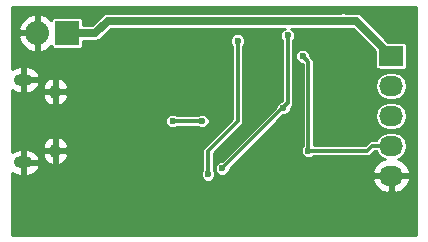
<source format=gbl>
G04 #@! TF.FileFunction,Copper,L2,Bot,Signal*
%FSLAX46Y46*%
G04 Gerber Fmt 4.6, Leading zero omitted, Abs format (unit mm)*
G04 Created by KiCad (PCBNEW 4.0.2+dfsg1-stable) date Thu 01 Sep 2016 11:14:53 PM EEST*
%MOMM*%
G01*
G04 APERTURE LIST*
%ADD10C,0.100000*%
%ADD11C,0.800000*%
%ADD12O,0.950000X1.250000*%
%ADD13O,1.550000X1.000000*%
%ADD14R,2.032000X2.032000*%
%ADD15O,2.032000X2.032000*%
%ADD16R,2.032000X1.727200*%
%ADD17O,2.032000X1.727200*%
%ADD18C,0.600000*%
%ADD19C,0.300000*%
%ADD20C,0.700000*%
%ADD21C,0.500000*%
%ADD22C,0.254000*%
G04 APERTURE END LIST*
D10*
D11*
X129140000Y-73455000D03*
X130240000Y-85240000D03*
X146242000Y-80795000D03*
X142305000Y-75080000D03*
X137225000Y-75080000D03*
X139638000Y-78001000D03*
X138495000Y-82065000D03*
D12*
X119062540Y-77499100D03*
X119062540Y-82499100D03*
D13*
X116362540Y-76499100D03*
X116362540Y-83499100D03*
D14*
X120080000Y-72540000D03*
D15*
X117540000Y-72540000D03*
D16*
X147500000Y-74460000D03*
D17*
X147500000Y-77000000D03*
X147500000Y-79540000D03*
X147500000Y-82080000D03*
X147500000Y-84620000D03*
D11*
X130750000Y-76750000D03*
D18*
X134500000Y-73200000D03*
X132000000Y-84500000D03*
X143400000Y-71400000D03*
X126800000Y-71600000D03*
X131500000Y-80000000D03*
X129000000Y-80000000D03*
X138368000Y-78890000D03*
X138750000Y-72750000D03*
X133200000Y-84000000D03*
X140000000Y-74500000D03*
X140500000Y-82500000D03*
D19*
X134500000Y-80000000D02*
X134500000Y-73200000D01*
X132000000Y-82500000D02*
X134500000Y-80000000D01*
X132000000Y-84500000D02*
X132000000Y-82500000D01*
D20*
X120080000Y-72540000D02*
X122460000Y-72540000D01*
X123500000Y-71500000D02*
X124900000Y-71500000D01*
X122460000Y-72540000D02*
X123500000Y-71500000D01*
X124900000Y-71500000D02*
X144540000Y-71500000D01*
D19*
X142600000Y-71500000D02*
X143300000Y-71500000D01*
X143300000Y-71500000D02*
X143400000Y-71400000D01*
D21*
X126800000Y-71600000D02*
X126800000Y-71500000D01*
X126800000Y-71500000D02*
X126800000Y-71600000D01*
X126800000Y-71600000D02*
X126800000Y-71500000D01*
D20*
X144540000Y-71500000D02*
X147500000Y-74460000D01*
X126800000Y-71500000D02*
X142600000Y-71500000D01*
X142600000Y-71500000D02*
X144540000Y-71500000D01*
D19*
X129000000Y-80000000D02*
X131500000Y-80000000D01*
X138368000Y-78890000D02*
X138339000Y-78861000D01*
X138339000Y-78861000D02*
X138368000Y-78890000D01*
X138368000Y-78890000D02*
X138368000Y-78832000D01*
X138750000Y-72750000D02*
X138750000Y-78450000D01*
X138750000Y-78450000D02*
X138368000Y-78832000D01*
X138368000Y-78832000D02*
X133200000Y-84000000D01*
X140500000Y-82500000D02*
X140500000Y-75000000D01*
X140500000Y-75000000D02*
X140000000Y-74500000D01*
X147500000Y-82080000D02*
X145920000Y-82080000D01*
X145500000Y-82500000D02*
X140500000Y-82500000D01*
X145920000Y-82080000D02*
X145500000Y-82500000D01*
D22*
G36*
X149623000Y-89623000D02*
X115377000Y-89623000D01*
X115377000Y-84365164D01*
X115535862Y-84499102D01*
X115960540Y-84634100D01*
X116235540Y-84634100D01*
X116235540Y-83626100D01*
X116489540Y-83626100D01*
X116489540Y-84634100D01*
X116764540Y-84634100D01*
X116795774Y-84624171D01*
X131372891Y-84624171D01*
X131468145Y-84854703D01*
X131644369Y-85031235D01*
X131874735Y-85126891D01*
X132124171Y-85127109D01*
X132354703Y-85031855D01*
X132407624Y-84979026D01*
X145892642Y-84979026D01*
X145895291Y-84994791D01*
X146149268Y-85522036D01*
X146585680Y-85911954D01*
X147138087Y-86105184D01*
X147373000Y-85960924D01*
X147373000Y-84747000D01*
X147627000Y-84747000D01*
X147627000Y-85960924D01*
X147861913Y-86105184D01*
X148414320Y-85911954D01*
X148850732Y-85522036D01*
X149104709Y-84994791D01*
X149107358Y-84979026D01*
X148986217Y-84747000D01*
X147627000Y-84747000D01*
X147373000Y-84747000D01*
X146013783Y-84747000D01*
X145892642Y-84979026D01*
X132407624Y-84979026D01*
X132531235Y-84855631D01*
X132626891Y-84625265D01*
X132627109Y-84375829D01*
X132531855Y-84145297D01*
X132477000Y-84090346D01*
X132477000Y-82697580D01*
X134837290Y-80337290D01*
X134940691Y-80182540D01*
X134977000Y-80000000D01*
X134977000Y-73609771D01*
X135031235Y-73555631D01*
X135126891Y-73325265D01*
X135127109Y-73075829D01*
X135031855Y-72845297D01*
X134855631Y-72668765D01*
X134625265Y-72573109D01*
X134375829Y-72572891D01*
X134145297Y-72668145D01*
X133968765Y-72844369D01*
X133873109Y-73074735D01*
X133872891Y-73324171D01*
X133968145Y-73554703D01*
X134023000Y-73609654D01*
X134023000Y-79802420D01*
X131662710Y-82162710D01*
X131559309Y-82317460D01*
X131523000Y-82500000D01*
X131523000Y-84090229D01*
X131468765Y-84144369D01*
X131373109Y-84374735D01*
X131372891Y-84624171D01*
X116795774Y-84624171D01*
X117189218Y-84499102D01*
X117529908Y-84211863D01*
X117731659Y-83800974D01*
X117605494Y-83626100D01*
X116489540Y-83626100D01*
X116235540Y-83626100D01*
X116215540Y-83626100D01*
X116215540Y-83372100D01*
X116235540Y-83372100D01*
X116235540Y-82364100D01*
X116489540Y-82364100D01*
X116489540Y-83372100D01*
X117605494Y-83372100D01*
X117731659Y-83197226D01*
X117536731Y-82800231D01*
X117961311Y-82800231D01*
X118102972Y-83210149D01*
X118390719Y-83534652D01*
X118764602Y-83718368D01*
X118935540Y-83591834D01*
X118935540Y-82626100D01*
X119189540Y-82626100D01*
X119189540Y-83591834D01*
X119360478Y-83718368D01*
X119734361Y-83534652D01*
X120022108Y-83210149D01*
X120163769Y-82800231D01*
X120015103Y-82626100D01*
X119189540Y-82626100D01*
X118935540Y-82626100D01*
X118109977Y-82626100D01*
X117961311Y-82800231D01*
X117536731Y-82800231D01*
X117529908Y-82786337D01*
X117189218Y-82499098D01*
X116764540Y-82364100D01*
X116489540Y-82364100D01*
X116235540Y-82364100D01*
X115960540Y-82364100D01*
X115535862Y-82499098D01*
X115377000Y-82633036D01*
X115377000Y-82197969D01*
X117961311Y-82197969D01*
X118109977Y-82372100D01*
X118935540Y-82372100D01*
X118935540Y-81406366D01*
X119189540Y-81406366D01*
X119189540Y-82372100D01*
X120015103Y-82372100D01*
X120163769Y-82197969D01*
X120022108Y-81788051D01*
X119734361Y-81463548D01*
X119360478Y-81279832D01*
X119189540Y-81406366D01*
X118935540Y-81406366D01*
X118764602Y-81279832D01*
X118390719Y-81463548D01*
X118102972Y-81788051D01*
X117961311Y-82197969D01*
X115377000Y-82197969D01*
X115377000Y-80124171D01*
X128372891Y-80124171D01*
X128468145Y-80354703D01*
X128644369Y-80531235D01*
X128874735Y-80626891D01*
X129124171Y-80627109D01*
X129354703Y-80531855D01*
X129409654Y-80477000D01*
X131090229Y-80477000D01*
X131144369Y-80531235D01*
X131374735Y-80626891D01*
X131624171Y-80627109D01*
X131854703Y-80531855D01*
X132031235Y-80355631D01*
X132126891Y-80125265D01*
X132127109Y-79875829D01*
X132031855Y-79645297D01*
X131855631Y-79468765D01*
X131625265Y-79373109D01*
X131375829Y-79372891D01*
X131145297Y-79468145D01*
X131090346Y-79523000D01*
X129409771Y-79523000D01*
X129355631Y-79468765D01*
X129125265Y-79373109D01*
X128875829Y-79372891D01*
X128645297Y-79468145D01*
X128468765Y-79644369D01*
X128373109Y-79874735D01*
X128372891Y-80124171D01*
X115377000Y-80124171D01*
X115377000Y-77800231D01*
X117961311Y-77800231D01*
X118102972Y-78210149D01*
X118390719Y-78534652D01*
X118764602Y-78718368D01*
X118935540Y-78591834D01*
X118935540Y-77626100D01*
X119189540Y-77626100D01*
X119189540Y-78591834D01*
X119360478Y-78718368D01*
X119734361Y-78534652D01*
X120022108Y-78210149D01*
X120163769Y-77800231D01*
X120015103Y-77626100D01*
X119189540Y-77626100D01*
X118935540Y-77626100D01*
X118109977Y-77626100D01*
X117961311Y-77800231D01*
X115377000Y-77800231D01*
X115377000Y-77365164D01*
X115535862Y-77499102D01*
X115960540Y-77634100D01*
X116235540Y-77634100D01*
X116235540Y-76626100D01*
X116489540Y-76626100D01*
X116489540Y-77634100D01*
X116764540Y-77634100D01*
X117189218Y-77499102D01*
X117529908Y-77211863D01*
X117536730Y-77197969D01*
X117961311Y-77197969D01*
X118109977Y-77372100D01*
X118935540Y-77372100D01*
X118935540Y-76406366D01*
X119189540Y-76406366D01*
X119189540Y-77372100D01*
X120015103Y-77372100D01*
X120163769Y-77197969D01*
X120022108Y-76788051D01*
X119734361Y-76463548D01*
X119360478Y-76279832D01*
X119189540Y-76406366D01*
X118935540Y-76406366D01*
X118764602Y-76279832D01*
X118390719Y-76463548D01*
X118102972Y-76788051D01*
X117961311Y-77197969D01*
X117536730Y-77197969D01*
X117731659Y-76800974D01*
X117605494Y-76626100D01*
X116489540Y-76626100D01*
X116235540Y-76626100D01*
X116215540Y-76626100D01*
X116215540Y-76372100D01*
X116235540Y-76372100D01*
X116235540Y-75364100D01*
X116489540Y-75364100D01*
X116489540Y-76372100D01*
X117605494Y-76372100D01*
X117731659Y-76197226D01*
X117529908Y-75786337D01*
X117189218Y-75499098D01*
X116764540Y-75364100D01*
X116489540Y-75364100D01*
X116235540Y-75364100D01*
X115960540Y-75364100D01*
X115535862Y-75499098D01*
X115377000Y-75633036D01*
X115377000Y-72922946D01*
X115934017Y-72922946D01*
X116202812Y-73508379D01*
X116675182Y-73946385D01*
X117157056Y-74145975D01*
X117413000Y-74026836D01*
X117413000Y-72667000D01*
X116052633Y-72667000D01*
X115934017Y-72922946D01*
X115377000Y-72922946D01*
X115377000Y-72157054D01*
X115934017Y-72157054D01*
X116052633Y-72413000D01*
X117413000Y-72413000D01*
X117413000Y-71053164D01*
X117667000Y-71053164D01*
X117667000Y-72413000D01*
X117687000Y-72413000D01*
X117687000Y-72667000D01*
X117667000Y-72667000D01*
X117667000Y-74026836D01*
X117922944Y-74145975D01*
X118404818Y-73946385D01*
X118744742Y-73631190D01*
X118753395Y-73677179D01*
X118825012Y-73788474D01*
X118934286Y-73863138D01*
X119064000Y-73889406D01*
X121096000Y-73889406D01*
X121217179Y-73866605D01*
X121328474Y-73794988D01*
X121403138Y-73685714D01*
X121429406Y-73556000D01*
X121429406Y-73217000D01*
X122460000Y-73217000D01*
X122719077Y-73165466D01*
X122938711Y-73018711D01*
X123780422Y-72177000D01*
X126554584Y-72177000D01*
X126674735Y-72226891D01*
X126924171Y-72227109D01*
X127045444Y-72177000D01*
X138494875Y-72177000D01*
X138395297Y-72218145D01*
X138218765Y-72394369D01*
X138123109Y-72624735D01*
X138122891Y-72874171D01*
X138218145Y-73104703D01*
X138273000Y-73159654D01*
X138273000Y-78252420D01*
X138262513Y-78262907D01*
X138243829Y-78262891D01*
X138013297Y-78358145D01*
X137836765Y-78534369D01*
X137741109Y-78764735D01*
X137741092Y-78784328D01*
X133152462Y-83372958D01*
X133075829Y-83372891D01*
X132845297Y-83468145D01*
X132668765Y-83644369D01*
X132573109Y-83874735D01*
X132572891Y-84124171D01*
X132668145Y-84354703D01*
X132844369Y-84531235D01*
X133074735Y-84626891D01*
X133324171Y-84627109D01*
X133554703Y-84531855D01*
X133731235Y-84355631D01*
X133826891Y-84125265D01*
X133826959Y-84047621D01*
X138357589Y-79516991D01*
X138492171Y-79517109D01*
X138722703Y-79421855D01*
X138899235Y-79245631D01*
X138994891Y-79015265D01*
X138995010Y-78879570D01*
X139087290Y-78787290D01*
X139190691Y-78632540D01*
X139227000Y-78450000D01*
X139227000Y-74624171D01*
X139372891Y-74624171D01*
X139468145Y-74854703D01*
X139644369Y-75031235D01*
X139874735Y-75126891D01*
X139952379Y-75126959D01*
X140023000Y-75197580D01*
X140023000Y-82090229D01*
X139968765Y-82144369D01*
X139873109Y-82374735D01*
X139872891Y-82624171D01*
X139968145Y-82854703D01*
X140144369Y-83031235D01*
X140374735Y-83126891D01*
X140624171Y-83127109D01*
X140854703Y-83031855D01*
X140909654Y-82977000D01*
X145500000Y-82977000D01*
X145682540Y-82940691D01*
X145837290Y-82837290D01*
X146117580Y-82557000D01*
X146235602Y-82557000D01*
X146479408Y-82921881D01*
X146865666Y-83179971D01*
X146957039Y-83198146D01*
X146585680Y-83328046D01*
X146149268Y-83717964D01*
X145895291Y-84245209D01*
X145892642Y-84260974D01*
X146013783Y-84493000D01*
X147373000Y-84493000D01*
X147373000Y-84473000D01*
X147627000Y-84473000D01*
X147627000Y-84493000D01*
X148986217Y-84493000D01*
X149107358Y-84260974D01*
X149104709Y-84245209D01*
X148850732Y-83717964D01*
X148414320Y-83328046D01*
X148042961Y-83198146D01*
X148134334Y-83179971D01*
X148520592Y-82921881D01*
X148778682Y-82535623D01*
X148869311Y-82080000D01*
X148778682Y-81624377D01*
X148520592Y-81238119D01*
X148134334Y-80980029D01*
X147678711Y-80889400D01*
X147321289Y-80889400D01*
X146865666Y-80980029D01*
X146479408Y-81238119D01*
X146235602Y-81603000D01*
X145920000Y-81603000D01*
X145737460Y-81639309D01*
X145582710Y-81742710D01*
X145302420Y-82023000D01*
X140977000Y-82023000D01*
X140977000Y-79540000D01*
X146130689Y-79540000D01*
X146221318Y-79995623D01*
X146479408Y-80381881D01*
X146865666Y-80639971D01*
X147321289Y-80730600D01*
X147678711Y-80730600D01*
X148134334Y-80639971D01*
X148520592Y-80381881D01*
X148778682Y-79995623D01*
X148869311Y-79540000D01*
X148778682Y-79084377D01*
X148520592Y-78698119D01*
X148134334Y-78440029D01*
X147678711Y-78349400D01*
X147321289Y-78349400D01*
X146865666Y-78440029D01*
X146479408Y-78698119D01*
X146221318Y-79084377D01*
X146130689Y-79540000D01*
X140977000Y-79540000D01*
X140977000Y-77000000D01*
X146130689Y-77000000D01*
X146221318Y-77455623D01*
X146479408Y-77841881D01*
X146865666Y-78099971D01*
X147321289Y-78190600D01*
X147678711Y-78190600D01*
X148134334Y-78099971D01*
X148520592Y-77841881D01*
X148778682Y-77455623D01*
X148869311Y-77000000D01*
X148778682Y-76544377D01*
X148520592Y-76158119D01*
X148134334Y-75900029D01*
X147678711Y-75809400D01*
X147321289Y-75809400D01*
X146865666Y-75900029D01*
X146479408Y-76158119D01*
X146221318Y-76544377D01*
X146130689Y-77000000D01*
X140977000Y-77000000D01*
X140977000Y-75000000D01*
X140940691Y-74817460D01*
X140837290Y-74662710D01*
X140627042Y-74452462D01*
X140627109Y-74375829D01*
X140531855Y-74145297D01*
X140355631Y-73968765D01*
X140125265Y-73873109D01*
X139875829Y-73872891D01*
X139645297Y-73968145D01*
X139468765Y-74144369D01*
X139373109Y-74374735D01*
X139372891Y-74624171D01*
X139227000Y-74624171D01*
X139227000Y-73159771D01*
X139281235Y-73105631D01*
X139376891Y-72875265D01*
X139377109Y-72625829D01*
X139281855Y-72395297D01*
X139105631Y-72218765D01*
X139005049Y-72177000D01*
X144259578Y-72177000D01*
X146150594Y-74068016D01*
X146150594Y-75323600D01*
X146173395Y-75444779D01*
X146245012Y-75556074D01*
X146354286Y-75630738D01*
X146484000Y-75657006D01*
X148516000Y-75657006D01*
X148637179Y-75634205D01*
X148748474Y-75562588D01*
X148823138Y-75453314D01*
X148849406Y-75323600D01*
X148849406Y-73596400D01*
X148826605Y-73475221D01*
X148754988Y-73363926D01*
X148645714Y-73289262D01*
X148516000Y-73262994D01*
X147260416Y-73262994D01*
X145018711Y-71021289D01*
X144799077Y-70874534D01*
X144540000Y-70823000D01*
X143645416Y-70823000D01*
X143525265Y-70773109D01*
X143275829Y-70772891D01*
X143154556Y-70823000D01*
X123500000Y-70823000D01*
X123240923Y-70874534D01*
X123021289Y-71021289D01*
X122179578Y-71863000D01*
X121429406Y-71863000D01*
X121429406Y-71524000D01*
X121406605Y-71402821D01*
X121334988Y-71291526D01*
X121225714Y-71216862D01*
X121096000Y-71190594D01*
X119064000Y-71190594D01*
X118942821Y-71213395D01*
X118831526Y-71285012D01*
X118756862Y-71394286D01*
X118745650Y-71449652D01*
X118404818Y-71133615D01*
X117922944Y-70934025D01*
X117667000Y-71053164D01*
X117413000Y-71053164D01*
X117157056Y-70934025D01*
X116675182Y-71133615D01*
X116202812Y-71571621D01*
X115934017Y-72157054D01*
X115377000Y-72157054D01*
X115377000Y-70377000D01*
X149623000Y-70377000D01*
X149623000Y-89623000D01*
X149623000Y-89623000D01*
G37*
X149623000Y-89623000D02*
X115377000Y-89623000D01*
X115377000Y-84365164D01*
X115535862Y-84499102D01*
X115960540Y-84634100D01*
X116235540Y-84634100D01*
X116235540Y-83626100D01*
X116489540Y-83626100D01*
X116489540Y-84634100D01*
X116764540Y-84634100D01*
X116795774Y-84624171D01*
X131372891Y-84624171D01*
X131468145Y-84854703D01*
X131644369Y-85031235D01*
X131874735Y-85126891D01*
X132124171Y-85127109D01*
X132354703Y-85031855D01*
X132407624Y-84979026D01*
X145892642Y-84979026D01*
X145895291Y-84994791D01*
X146149268Y-85522036D01*
X146585680Y-85911954D01*
X147138087Y-86105184D01*
X147373000Y-85960924D01*
X147373000Y-84747000D01*
X147627000Y-84747000D01*
X147627000Y-85960924D01*
X147861913Y-86105184D01*
X148414320Y-85911954D01*
X148850732Y-85522036D01*
X149104709Y-84994791D01*
X149107358Y-84979026D01*
X148986217Y-84747000D01*
X147627000Y-84747000D01*
X147373000Y-84747000D01*
X146013783Y-84747000D01*
X145892642Y-84979026D01*
X132407624Y-84979026D01*
X132531235Y-84855631D01*
X132626891Y-84625265D01*
X132627109Y-84375829D01*
X132531855Y-84145297D01*
X132477000Y-84090346D01*
X132477000Y-82697580D01*
X134837290Y-80337290D01*
X134940691Y-80182540D01*
X134977000Y-80000000D01*
X134977000Y-73609771D01*
X135031235Y-73555631D01*
X135126891Y-73325265D01*
X135127109Y-73075829D01*
X135031855Y-72845297D01*
X134855631Y-72668765D01*
X134625265Y-72573109D01*
X134375829Y-72572891D01*
X134145297Y-72668145D01*
X133968765Y-72844369D01*
X133873109Y-73074735D01*
X133872891Y-73324171D01*
X133968145Y-73554703D01*
X134023000Y-73609654D01*
X134023000Y-79802420D01*
X131662710Y-82162710D01*
X131559309Y-82317460D01*
X131523000Y-82500000D01*
X131523000Y-84090229D01*
X131468765Y-84144369D01*
X131373109Y-84374735D01*
X131372891Y-84624171D01*
X116795774Y-84624171D01*
X117189218Y-84499102D01*
X117529908Y-84211863D01*
X117731659Y-83800974D01*
X117605494Y-83626100D01*
X116489540Y-83626100D01*
X116235540Y-83626100D01*
X116215540Y-83626100D01*
X116215540Y-83372100D01*
X116235540Y-83372100D01*
X116235540Y-82364100D01*
X116489540Y-82364100D01*
X116489540Y-83372100D01*
X117605494Y-83372100D01*
X117731659Y-83197226D01*
X117536731Y-82800231D01*
X117961311Y-82800231D01*
X118102972Y-83210149D01*
X118390719Y-83534652D01*
X118764602Y-83718368D01*
X118935540Y-83591834D01*
X118935540Y-82626100D01*
X119189540Y-82626100D01*
X119189540Y-83591834D01*
X119360478Y-83718368D01*
X119734361Y-83534652D01*
X120022108Y-83210149D01*
X120163769Y-82800231D01*
X120015103Y-82626100D01*
X119189540Y-82626100D01*
X118935540Y-82626100D01*
X118109977Y-82626100D01*
X117961311Y-82800231D01*
X117536731Y-82800231D01*
X117529908Y-82786337D01*
X117189218Y-82499098D01*
X116764540Y-82364100D01*
X116489540Y-82364100D01*
X116235540Y-82364100D01*
X115960540Y-82364100D01*
X115535862Y-82499098D01*
X115377000Y-82633036D01*
X115377000Y-82197969D01*
X117961311Y-82197969D01*
X118109977Y-82372100D01*
X118935540Y-82372100D01*
X118935540Y-81406366D01*
X119189540Y-81406366D01*
X119189540Y-82372100D01*
X120015103Y-82372100D01*
X120163769Y-82197969D01*
X120022108Y-81788051D01*
X119734361Y-81463548D01*
X119360478Y-81279832D01*
X119189540Y-81406366D01*
X118935540Y-81406366D01*
X118764602Y-81279832D01*
X118390719Y-81463548D01*
X118102972Y-81788051D01*
X117961311Y-82197969D01*
X115377000Y-82197969D01*
X115377000Y-80124171D01*
X128372891Y-80124171D01*
X128468145Y-80354703D01*
X128644369Y-80531235D01*
X128874735Y-80626891D01*
X129124171Y-80627109D01*
X129354703Y-80531855D01*
X129409654Y-80477000D01*
X131090229Y-80477000D01*
X131144369Y-80531235D01*
X131374735Y-80626891D01*
X131624171Y-80627109D01*
X131854703Y-80531855D01*
X132031235Y-80355631D01*
X132126891Y-80125265D01*
X132127109Y-79875829D01*
X132031855Y-79645297D01*
X131855631Y-79468765D01*
X131625265Y-79373109D01*
X131375829Y-79372891D01*
X131145297Y-79468145D01*
X131090346Y-79523000D01*
X129409771Y-79523000D01*
X129355631Y-79468765D01*
X129125265Y-79373109D01*
X128875829Y-79372891D01*
X128645297Y-79468145D01*
X128468765Y-79644369D01*
X128373109Y-79874735D01*
X128372891Y-80124171D01*
X115377000Y-80124171D01*
X115377000Y-77800231D01*
X117961311Y-77800231D01*
X118102972Y-78210149D01*
X118390719Y-78534652D01*
X118764602Y-78718368D01*
X118935540Y-78591834D01*
X118935540Y-77626100D01*
X119189540Y-77626100D01*
X119189540Y-78591834D01*
X119360478Y-78718368D01*
X119734361Y-78534652D01*
X120022108Y-78210149D01*
X120163769Y-77800231D01*
X120015103Y-77626100D01*
X119189540Y-77626100D01*
X118935540Y-77626100D01*
X118109977Y-77626100D01*
X117961311Y-77800231D01*
X115377000Y-77800231D01*
X115377000Y-77365164D01*
X115535862Y-77499102D01*
X115960540Y-77634100D01*
X116235540Y-77634100D01*
X116235540Y-76626100D01*
X116489540Y-76626100D01*
X116489540Y-77634100D01*
X116764540Y-77634100D01*
X117189218Y-77499102D01*
X117529908Y-77211863D01*
X117536730Y-77197969D01*
X117961311Y-77197969D01*
X118109977Y-77372100D01*
X118935540Y-77372100D01*
X118935540Y-76406366D01*
X119189540Y-76406366D01*
X119189540Y-77372100D01*
X120015103Y-77372100D01*
X120163769Y-77197969D01*
X120022108Y-76788051D01*
X119734361Y-76463548D01*
X119360478Y-76279832D01*
X119189540Y-76406366D01*
X118935540Y-76406366D01*
X118764602Y-76279832D01*
X118390719Y-76463548D01*
X118102972Y-76788051D01*
X117961311Y-77197969D01*
X117536730Y-77197969D01*
X117731659Y-76800974D01*
X117605494Y-76626100D01*
X116489540Y-76626100D01*
X116235540Y-76626100D01*
X116215540Y-76626100D01*
X116215540Y-76372100D01*
X116235540Y-76372100D01*
X116235540Y-75364100D01*
X116489540Y-75364100D01*
X116489540Y-76372100D01*
X117605494Y-76372100D01*
X117731659Y-76197226D01*
X117529908Y-75786337D01*
X117189218Y-75499098D01*
X116764540Y-75364100D01*
X116489540Y-75364100D01*
X116235540Y-75364100D01*
X115960540Y-75364100D01*
X115535862Y-75499098D01*
X115377000Y-75633036D01*
X115377000Y-72922946D01*
X115934017Y-72922946D01*
X116202812Y-73508379D01*
X116675182Y-73946385D01*
X117157056Y-74145975D01*
X117413000Y-74026836D01*
X117413000Y-72667000D01*
X116052633Y-72667000D01*
X115934017Y-72922946D01*
X115377000Y-72922946D01*
X115377000Y-72157054D01*
X115934017Y-72157054D01*
X116052633Y-72413000D01*
X117413000Y-72413000D01*
X117413000Y-71053164D01*
X117667000Y-71053164D01*
X117667000Y-72413000D01*
X117687000Y-72413000D01*
X117687000Y-72667000D01*
X117667000Y-72667000D01*
X117667000Y-74026836D01*
X117922944Y-74145975D01*
X118404818Y-73946385D01*
X118744742Y-73631190D01*
X118753395Y-73677179D01*
X118825012Y-73788474D01*
X118934286Y-73863138D01*
X119064000Y-73889406D01*
X121096000Y-73889406D01*
X121217179Y-73866605D01*
X121328474Y-73794988D01*
X121403138Y-73685714D01*
X121429406Y-73556000D01*
X121429406Y-73217000D01*
X122460000Y-73217000D01*
X122719077Y-73165466D01*
X122938711Y-73018711D01*
X123780422Y-72177000D01*
X126554584Y-72177000D01*
X126674735Y-72226891D01*
X126924171Y-72227109D01*
X127045444Y-72177000D01*
X138494875Y-72177000D01*
X138395297Y-72218145D01*
X138218765Y-72394369D01*
X138123109Y-72624735D01*
X138122891Y-72874171D01*
X138218145Y-73104703D01*
X138273000Y-73159654D01*
X138273000Y-78252420D01*
X138262513Y-78262907D01*
X138243829Y-78262891D01*
X138013297Y-78358145D01*
X137836765Y-78534369D01*
X137741109Y-78764735D01*
X137741092Y-78784328D01*
X133152462Y-83372958D01*
X133075829Y-83372891D01*
X132845297Y-83468145D01*
X132668765Y-83644369D01*
X132573109Y-83874735D01*
X132572891Y-84124171D01*
X132668145Y-84354703D01*
X132844369Y-84531235D01*
X133074735Y-84626891D01*
X133324171Y-84627109D01*
X133554703Y-84531855D01*
X133731235Y-84355631D01*
X133826891Y-84125265D01*
X133826959Y-84047621D01*
X138357589Y-79516991D01*
X138492171Y-79517109D01*
X138722703Y-79421855D01*
X138899235Y-79245631D01*
X138994891Y-79015265D01*
X138995010Y-78879570D01*
X139087290Y-78787290D01*
X139190691Y-78632540D01*
X139227000Y-78450000D01*
X139227000Y-74624171D01*
X139372891Y-74624171D01*
X139468145Y-74854703D01*
X139644369Y-75031235D01*
X139874735Y-75126891D01*
X139952379Y-75126959D01*
X140023000Y-75197580D01*
X140023000Y-82090229D01*
X139968765Y-82144369D01*
X139873109Y-82374735D01*
X139872891Y-82624171D01*
X139968145Y-82854703D01*
X140144369Y-83031235D01*
X140374735Y-83126891D01*
X140624171Y-83127109D01*
X140854703Y-83031855D01*
X140909654Y-82977000D01*
X145500000Y-82977000D01*
X145682540Y-82940691D01*
X145837290Y-82837290D01*
X146117580Y-82557000D01*
X146235602Y-82557000D01*
X146479408Y-82921881D01*
X146865666Y-83179971D01*
X146957039Y-83198146D01*
X146585680Y-83328046D01*
X146149268Y-83717964D01*
X145895291Y-84245209D01*
X145892642Y-84260974D01*
X146013783Y-84493000D01*
X147373000Y-84493000D01*
X147373000Y-84473000D01*
X147627000Y-84473000D01*
X147627000Y-84493000D01*
X148986217Y-84493000D01*
X149107358Y-84260974D01*
X149104709Y-84245209D01*
X148850732Y-83717964D01*
X148414320Y-83328046D01*
X148042961Y-83198146D01*
X148134334Y-83179971D01*
X148520592Y-82921881D01*
X148778682Y-82535623D01*
X148869311Y-82080000D01*
X148778682Y-81624377D01*
X148520592Y-81238119D01*
X148134334Y-80980029D01*
X147678711Y-80889400D01*
X147321289Y-80889400D01*
X146865666Y-80980029D01*
X146479408Y-81238119D01*
X146235602Y-81603000D01*
X145920000Y-81603000D01*
X145737460Y-81639309D01*
X145582710Y-81742710D01*
X145302420Y-82023000D01*
X140977000Y-82023000D01*
X140977000Y-79540000D01*
X146130689Y-79540000D01*
X146221318Y-79995623D01*
X146479408Y-80381881D01*
X146865666Y-80639971D01*
X147321289Y-80730600D01*
X147678711Y-80730600D01*
X148134334Y-80639971D01*
X148520592Y-80381881D01*
X148778682Y-79995623D01*
X148869311Y-79540000D01*
X148778682Y-79084377D01*
X148520592Y-78698119D01*
X148134334Y-78440029D01*
X147678711Y-78349400D01*
X147321289Y-78349400D01*
X146865666Y-78440029D01*
X146479408Y-78698119D01*
X146221318Y-79084377D01*
X146130689Y-79540000D01*
X140977000Y-79540000D01*
X140977000Y-77000000D01*
X146130689Y-77000000D01*
X146221318Y-77455623D01*
X146479408Y-77841881D01*
X146865666Y-78099971D01*
X147321289Y-78190600D01*
X147678711Y-78190600D01*
X148134334Y-78099971D01*
X148520592Y-77841881D01*
X148778682Y-77455623D01*
X148869311Y-77000000D01*
X148778682Y-76544377D01*
X148520592Y-76158119D01*
X148134334Y-75900029D01*
X147678711Y-75809400D01*
X147321289Y-75809400D01*
X146865666Y-75900029D01*
X146479408Y-76158119D01*
X146221318Y-76544377D01*
X146130689Y-77000000D01*
X140977000Y-77000000D01*
X140977000Y-75000000D01*
X140940691Y-74817460D01*
X140837290Y-74662710D01*
X140627042Y-74452462D01*
X140627109Y-74375829D01*
X140531855Y-74145297D01*
X140355631Y-73968765D01*
X140125265Y-73873109D01*
X139875829Y-73872891D01*
X139645297Y-73968145D01*
X139468765Y-74144369D01*
X139373109Y-74374735D01*
X139372891Y-74624171D01*
X139227000Y-74624171D01*
X139227000Y-73159771D01*
X139281235Y-73105631D01*
X139376891Y-72875265D01*
X139377109Y-72625829D01*
X139281855Y-72395297D01*
X139105631Y-72218765D01*
X139005049Y-72177000D01*
X144259578Y-72177000D01*
X146150594Y-74068016D01*
X146150594Y-75323600D01*
X146173395Y-75444779D01*
X146245012Y-75556074D01*
X146354286Y-75630738D01*
X146484000Y-75657006D01*
X148516000Y-75657006D01*
X148637179Y-75634205D01*
X148748474Y-75562588D01*
X148823138Y-75453314D01*
X148849406Y-75323600D01*
X148849406Y-73596400D01*
X148826605Y-73475221D01*
X148754988Y-73363926D01*
X148645714Y-73289262D01*
X148516000Y-73262994D01*
X147260416Y-73262994D01*
X145018711Y-71021289D01*
X144799077Y-70874534D01*
X144540000Y-70823000D01*
X143645416Y-70823000D01*
X143525265Y-70773109D01*
X143275829Y-70772891D01*
X143154556Y-70823000D01*
X123500000Y-70823000D01*
X123240923Y-70874534D01*
X123021289Y-71021289D01*
X122179578Y-71863000D01*
X121429406Y-71863000D01*
X121429406Y-71524000D01*
X121406605Y-71402821D01*
X121334988Y-71291526D01*
X121225714Y-71216862D01*
X121096000Y-71190594D01*
X119064000Y-71190594D01*
X118942821Y-71213395D01*
X118831526Y-71285012D01*
X118756862Y-71394286D01*
X118745650Y-71449652D01*
X118404818Y-71133615D01*
X117922944Y-70934025D01*
X117667000Y-71053164D01*
X117413000Y-71053164D01*
X117157056Y-70934025D01*
X116675182Y-71133615D01*
X116202812Y-71571621D01*
X115934017Y-72157054D01*
X115377000Y-72157054D01*
X115377000Y-70377000D01*
X149623000Y-70377000D01*
X149623000Y-89623000D01*
M02*

</source>
